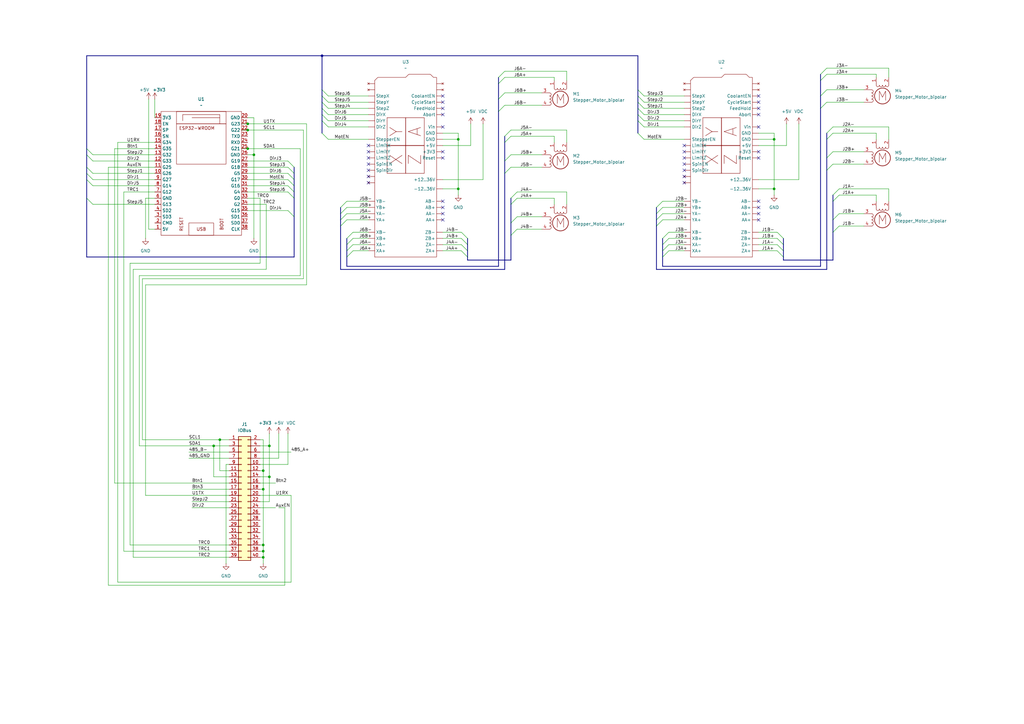
<source format=kicad_sch>
(kicad_sch (version 20250114) (generator "eeschema") (generator_version "9.0")
  (paper "A3")
  (title_block (title "ArmControllerV7") (date "2026-01-21") (rev "1.0"))
  (lib_symbols
    (symbol "CNC-Shield_1"
      (property "Reference" "U" (at 25.4 1.778 0))
      (symbol "CNC-Shield_1_0_1"
        (polyline (pts (xy 22.86 12.7) (xy -49.53 12.7)))
        (polyline (pts (xy 22.86 12.7) (xy 24.13 11.43) (xy 24.13 0) (xy 25.4 -1.27) (xy 25.4 -10.16) (xy 24.13 -11.43) (xy 24.13 -12.7) (xy -49.53 -12.7) (xy -49.53 12.7)))
        (polyline (pts (xy 24.13 8.89) (xy 24.13 8.89)))
      )
      (symbol "CNC-Shield_1_1_1"
        (text_box "X" (at -15.24 7.62 0) (size 11.43 -7.62) (margins 1.016 1.016 1.016 1.016) (effects (font (size 5.08 5.08))))
        (text_box "Z" (at -15.24 0 0) (size 11.43 -7.62) (margins 1.016 1.016 1.016 1.016) (effects (font (size 5.08 5.08))))
        (text_box "Y" (at -3.81 7.62 0) (size 11.43 -7.62) (margins 1.016 1.016 1.016 1.016) (effects (font (size 5.08 5.08))))
        (text_box "A" (at -3.81 0 0) (size 11.43 -7.62) (margins 1.016 1.016 1.016 1.016) (effects (font (size 5.08 5.08))))
        (pin passive line (at -46.99 15.24 270) (length 2.54) (name "XA+") (number ""))
        (pin passive line (at -46.99 -15.24 90) (length 2.54) (name "ZA+") (number ""))
        (pin passive line (at -44.45 15.24 270) (length 2.54) (name "XA-") (number ""))
        (pin passive line (at -44.45 -15.24 90) (length 2.54) (name "ZA-") (number ""))
        (pin passive line (at -41.91 15.24 270) (length 2.54) (name "XB+") (number ""))
        (pin passive line (at -41.91 -15.24 90) (length 2.54) (name "ZB+") (number ""))
        (pin passive line (at -39.37 15.24 270) (length 2.54) (name "XB-") (number ""))
        (pin passive line (at -39.37 -15.24 90) (length 2.54) (name "ZB-") (number ""))
        (pin passive line (at -34.29 15.24 270) (length 2.54) (name "YA+") (number ""))
        (pin passive line (at -34.29 -15.24 90) (length 2.54) (name "AA+") (number ""))
        (pin passive line (at -31.75 15.24 270) (length 2.54) (name "YA-") (number ""))
        (pin passive line (at -31.75 -15.24 90) (length 2.54) (name "AA-") (number ""))
        (pin passive line (at -29.21 15.24 270) (length 2.54) (name "YB+") (number ""))
        (pin passive line (at -29.21 -15.24 90) (length 2.54) (name "AB+") (number ""))
        (pin passive line (at -26.67 15.24 270) (length 2.54) (name "YB-") (number ""))
        (pin passive line (at -26.67 -15.24 90) (length 2.54) (name "AB-") (number ""))
        (pin power_in line (at -21.59 -15.24 90) (length 2.54) (name "-12..36V") (number ""))
        (pin no_connect line (at -19.05 15.24 270) (length 2.54) (name "") (number ""))
        (pin passive line (at -17.78 -15.24 90) (length 2.54) (name "+12..36V") (number ""))
        (pin no_connect line (at -16.51 15.24 270) (length 2.54) (name "") (number ""))
        (pin passive line (at -13.97 15.24 270) (length 2.54) (name "SpinDir") (number ""))
        (pin passive line (at -11.43 15.24 270) (length 2.54) (name "SpinEN") (number ""))
        (pin passive line (at -8.89 15.24 270) (length 2.54) (name "LimitZ") (number ""))
        (pin passive line (at -8.89 -15.24 90) (length 2.54) (name "Reset") (number ""))
        (pin passive line (at -6.35 15.24 270) (length 2.54) (name "LimitY") (number ""))
        (pin passive line (at -6.35 -15.24 90) (length 2.54) (name "+3V3") (number ""))
        (pin passive line (at -3.81 15.24 270) (length 2.54) (name "LimitX") (number ""))
        (pin passive line (at -3.81 -15.24 90) (length 2.54) (name "+5V") (number ""))
        (pin passive line (at -1.27 15.24 270) (length 2.54) (name "StepperEN") (number ""))
        (pin passive line (at -1.27 -15.24 90) (length 2.54) (name "GND") (number ""))
        (pin passive line (at 1.27 -15.24 90) (length 2.54) (name "GND") (number ""))
        (pin passive line (at 3.81 15.24 270) (length 2.54) (name "DirZ") (number ""))
        (pin passive line (at 3.81 -15.24 90) (length 2.54) (name "Vin") (number ""))
        (pin passive line (at 6.35 15.24 270) (length 2.54) (name "DirY") (number ""))
        (pin passive line (at 8.89 15.24 270) (length 2.54) (name "DirX") (number ""))
        (pin passive line (at 8.89 -15.24 90) (length 2.54) (name "Abort") (number ""))
        (pin passive line (at 11.43 15.24 270) (length 2.54) (name "StepZ") (number ""))
        (pin passive line (at 11.43 -15.24 90) (length 2.54) (name "FeedHold") (number ""))
        (pin passive line (at 13.97 15.24 270) (length 2.54) (name "StepY") (number ""))
        (pin passive line (at 13.97 -15.24 90) (length 2.54) (name "CycleStart") (number ""))
        (pin passive line (at 16.51 15.24 270) (length 2.54) (name "StepX") (number ""))
        (pin passive line (at 16.51 -15.24 90) (length 2.54) (name "CoolantEN") (number ""))
        (pin no_connect line (at 19.05 15.24 270) (length 2.54) (name "") (number ""))
        (pin no_connect line (at 19.05 -15.24 90) (length 2.54) (name "") (number ""))
        (pin no_connect line (at 21.59 15.24 270) (length 2.54) (name "") (number ""))
        (pin no_connect line (at 21.59 -15.24 90) (length 2.54) (name "") (number ""))
      )
    )
    (symbol "CNC-Shield_2"
      (property "Reference" "U" (at 25.4 1.778 0))
      (symbol "CNC-Shield_2_0_1"
        (polyline (pts (xy 22.86 12.7) (xy -49.53 12.7)))
        (polyline (pts (xy 22.86 12.7) (xy 24.13 11.43) (xy 24.13 0) (xy 25.4 -1.27) (xy 25.4 -10.16) (xy 24.13 -11.43) (xy 24.13 -12.7) (xy -49.53 -12.7) (xy -49.53 12.7)))
        (polyline (pts (xy 24.13 8.89) (xy 24.13 8.89)))
      )
      (symbol "CNC-Shield_2_1_1"
        (text_box "X" (at -15.24 7.62 0) (size 11.43 -7.62) (margins 1.016 1.016 1.016 1.016) (effects (font (size 5.08 5.08))))
        (text_box "Z" (at -15.24 0 0) (size 11.43 -7.62) (margins 1.016 1.016 1.016 1.016) (effects (font (size 5.08 5.08))))
        (text_box "Y" (at -3.81 7.62 0) (size 11.43 -7.62) (margins 1.016 1.016 1.016 1.016) (effects (font (size 5.08 5.08))))
        (text_box "A" (at -3.81 0 0) (size 11.43 -7.62) (margins 1.016 1.016 1.016 1.016) (effects (font (size 5.08 5.08))))
        (pin passive line (at -46.99 15.24 270) (length 2.54) (name "XA+") (number ""))
        (pin passive line (at -46.99 -15.24 90) (length 2.54) (name "ZA+") (number ""))
        (pin passive line (at -44.45 15.24 270) (length 2.54) (name "XA-") (number ""))
        (pin passive line (at -44.45 -15.24 90) (length 2.54) (name "ZA-") (number ""))
        (pin passive line (at -41.91 15.24 270) (length 2.54) (name "XB+") (number ""))
        (pin passive line (at -41.91 -15.24 90) (length 2.54) (name "ZB+") (number ""))
        (pin passive line (at -39.37 15.24 270) (length 2.54) (name "XB-") (number ""))
        (pin passive line (at -39.37 -15.24 90) (length 2.54) (name "ZB-") (number ""))
        (pin passive line (at -34.29 15.24 270) (length 2.54) (name "YA+") (number ""))
        (pin passive line (at -34.29 -15.24 90) (length 2.54) (name "AA+") (number ""))
        (pin passive line (at -31.75 15.24 270) (length 2.54) (name "YA-") (number ""))
        (pin passive line (at -31.75 -15.24 90) (length 2.54) (name "AA-") (number ""))
        (pin passive line (at -29.21 15.24 270) (length 2.54) (name "YB+") (number ""))
        (pin passive line (at -29.21 -15.24 90) (length 2.54) (name "AB+") (number ""))
        (pin passive line (at -26.67 15.24 270) (length 2.54) (name "YB-") (number ""))
        (pin passive line (at -26.67 -15.24 90) (length 2.54) (name "AB-") (number ""))
        (pin power_in line (at -21.59 -15.24 90) (length 2.54) (name "-12..36V") (number ""))
        (pin no_connect line (at -19.05 15.24 270) (length 2.54) (name "") (number ""))
        (pin passive line (at -17.78 -15.24 90) (length 2.54) (name "+12..36V") (number ""))
        (pin no_connect line (at -16.51 15.24 270) (length 2.54) (name "") (number ""))
        (pin passive line (at -13.97 15.24 270) (length 2.54) (name "SpinDir") (number ""))
        (pin passive line (at -11.43 15.24 270) (length 2.54) (name "SpinEN") (number ""))
        (pin passive line (at -8.89 15.24 270) (length 2.54) (name "LimitZ") (number ""))
        (pin passive line (at -8.89 -15.24 90) (length 2.54) (name "Reset") (number ""))
        (pin passive line (at -6.35 15.24 270) (length 2.54) (name "LimitY") (number ""))
        (pin passive line (at -6.35 -15.24 90) (length 2.54) (name "+3V3") (number ""))
        (pin passive line (at -3.81 15.24 270) (length 2.54) (name "LimitX") (number ""))
        (pin passive line (at -3.81 -15.24 90) (length 2.54) (name "+5V") (number ""))
        (pin passive line (at -1.27 15.24 270) (length 2.54) (name "StepperEN") (number ""))
        (pin passive line (at -1.27 -15.24 90) (length 2.54) (name "GND") (number ""))
        (pin passive line (at 1.27 -15.24 90) (length 2.54) (name "GND") (number ""))
        (pin passive line (at 3.81 15.24 270) (length 2.54) (name "DirZ") (number ""))
        (pin passive line (at 3.81 -15.24 90) (length 2.54) (name "Vin") (number ""))
        (pin passive line (at 6.35 15.24 270) (length 2.54) (name "DirY") (number ""))
        (pin passive line (at 8.89 15.24 270) (length 2.54) (name "DirX") (number ""))
        (pin passive line (at 8.89 -15.24 90) (length 2.54) (name "Abort") (number ""))
        (pin passive line (at 11.43 15.24 270) (length 2.54) (name "StepZ") (number ""))
        (pin passive line (at 11.43 -15.24 90) (length 2.54) (name "FeedHold") (number ""))
        (pin passive line (at 13.97 15.24 270) (length 2.54) (name "StepY") (number ""))
        (pin passive line (at 13.97 -15.24 90) (length 2.54) (name "CycleStart") (number ""))
        (pin passive line (at 16.51 15.24 270) (length 2.54) (name "StepX") (number ""))
        (pin passive line (at 16.51 -15.24 90) (length 2.54) (name "CoolantEN") (number ""))
        (pin no_connect line (at 19.05 15.24 270) (length 2.54) (name "") (number ""))
        (pin no_connect line (at 19.05 -15.24 90) (length 2.54) (name "") (number ""))
        (pin no_connect line (at 21.59 15.24 270) (length 2.54) (name "") (number ""))
        (pin no_connect line (at 21.59 -15.24 90) (length 2.54) (name "") (number ""))
      )
    )
    (symbol "Connector_Generic:Conn_02x20_Odd_Even" (pin_names (offset 1.016) (hide yes))
      (property "Reference" "J" (at 1.27 25.4 0))
      (property "Value" "Conn_02x20_Odd_Even" (at 1.27 -27.94 0))
      (symbol "Conn_02x20_Odd_Even_1_1"
        (rectangle (start -1.27 24.13) (end 3.81 -26.67) (stroke (width 0.254)) (fill (type background)))
        (rectangle (start -1.27 22.987) (end 0 22.733) (stroke (width 0.1524)))
        (rectangle (start -1.27 20.447) (end 0 20.193) (stroke (width 0.1524)))
        (rectangle (start -1.27 17.907) (end 0 17.653) (stroke (width 0.1524)))
        (rectangle (start -1.27 15.367) (end 0 15.113) (stroke (width 0.1524)))
        (rectangle (start -1.27 12.827) (end 0 12.573) (stroke (width 0.1524)))
        (rectangle (start -1.27 10.287) (end 0 10.033) (stroke (width 0.1524)))
        (rectangle (start -1.27 7.747) (end 0 7.493) (stroke (width 0.1524)))
        (rectangle (start -1.27 5.207) (end 0 4.953) (stroke (width 0.1524)))
        (rectangle (start -1.27 2.667) (end 0 2.413) (stroke (width 0.1524)))
        (rectangle (start -1.27 0.127) (end 0 -0.127) (stroke (width 0.1524)))
        (rectangle (start -1.27 -2.413) (end 0 -2.667) (stroke (width 0.1524)))
        (rectangle (start -1.27 -4.953) (end 0 -5.207) (stroke (width 0.1524)))
        (rectangle (start -1.27 -7.493) (end 0 -7.747) (stroke (width 0.1524)))
        (rectangle (start -1.27 -10.033) (end 0 -10.287) (stroke (width 0.1524)))
        (rectangle (start -1.27 -12.573) (end 0 -12.827) (stroke (width 0.1524)))
        (rectangle (start -1.27 -15.113) (end 0 -15.367) (stroke (width 0.1524)))
        (rectangle (start -1.27 -17.653) (end 0 -17.907) (stroke (width 0.1524)))
        (rectangle (start -1.27 -20.193) (end 0 -20.447) (stroke (width 0.1524)))
        (rectangle (start -1.27 -22.733) (end 0 -22.987) (stroke (width 0.1524)))
        (rectangle (start -1.27 -25.273) (end 0 -25.527) (stroke (width 0.1524)))
        (rectangle (start 3.81 22.987) (end 2.54 22.733) (stroke (width 0.1524)))
        (rectangle (start 3.81 20.447) (end 2.54 20.193) (stroke (width 0.1524)))
        (rectangle (start 3.81 17.907) (end 2.54 17.653) (stroke (width 0.1524)))
        (rectangle (start 3.81 15.367) (end 2.54 15.113) (stroke (width 0.1524)))
        (rectangle (start 3.81 12.827) (end 2.54 12.573) (stroke (width 0.1524)))
        (rectangle (start 3.81 10.287) (end 2.54 10.033) (stroke (width 0.1524)))
        (rectangle (start 3.81 7.747) (end 2.54 7.493) (stroke (width 0.1524)))
        (rectangle (start 3.81 5.207) (end 2.54 4.953) (stroke (width 0.1524)))
        (rectangle (start 3.81 2.667) (end 2.54 2.413) (stroke (width 0.1524)))
        (rectangle (start 3.81 0.127) (end 2.54 -0.127) (stroke (width 0.1524)))
        (rectangle (start 3.81 -2.413) (end 2.54 -2.667) (stroke (width 0.1524)))
        (rectangle (start 3.81 -4.953) (end 2.54 -5.207) (stroke (width 0.1524)))
        (rectangle (start 3.81 -7.493) (end 2.54 -7.747) (stroke (width 0.1524)))
        (rectangle (start 3.81 -10.033) (end 2.54 -10.287) (stroke (width 0.1524)))
        (rectangle (start 3.81 -12.573) (end 2.54 -12.827) (stroke (width 0.1524)))
        (rectangle (start 3.81 -15.113) (end 2.54 -15.367) (stroke (width 0.1524)))
        (rectangle (start 3.81 -17.653) (end 2.54 -17.907) (stroke (width 0.1524)))
        (rectangle (start 3.81 -20.193) (end 2.54 -20.447) (stroke (width 0.1524)))
        (rectangle (start 3.81 -22.733) (end 2.54 -22.987) (stroke (width 0.1524)))
        (rectangle (start 3.81 -25.273) (end 2.54 -25.527) (stroke (width 0.1524)))
        (pin passive line (at -5.08 22.86 0) (length 3.81) (name "Pin_1") (number "1"))
        (pin passive line (at -5.08 20.32 0) (length 3.81) (name "Pin_3") (number "3"))
        (pin passive line (at -5.08 17.78 0) (length 3.81) (name "Pin_5") (number "5"))
        (pin passive line (at -5.08 15.24 0) (length 3.81) (name "Pin_7") (number "7"))
        (pin passive line (at -5.08 12.7 0) (length 3.81) (name "Pin_9") (number "9"))
        (pin passive line (at -5.08 10.16 0) (length 3.81) (name "Pin_11") (number "11"))
        (pin passive line (at -5.08 7.62 0) (length 3.81) (name "Pin_13") (number "13"))
        (pin passive line (at -5.08 5.08 0) (length 3.81) (name "Pin_15") (number "15"))
        (pin passive line (at -5.08 2.54 0) (length 3.81) (name "Pin_17") (number "17"))
        (pin passive line (at -5.08 0 0) (length 3.81) (name "Pin_19") (number "19"))
        (pin passive line (at -5.08 -2.54 0) (length 3.81) (name "Pin_21") (number "21"))
        (pin passive line (at -5.08 -5.08 0) (length 3.81) (name "Pin_23") (number "23"))
        (pin passive line (at -5.08 -7.62 0) (length 3.81) (name "Pin_25") (number "25"))
        (pin passive line (at -5.08 -10.16 0) (length 3.81) (name "Pin_27") (number "27"))
        (pin passive line (at -5.08 -12.7 0) (length 3.81) (name "Pin_29") (number "29"))
        (pin passive line (at -5.08 -15.24 0) (length 3.81) (name "Pin_31") (number "31"))
        (pin passive line (at -5.08 -17.78 0) (length 3.81) (name "Pin_33") (number "33"))
        (pin passive line (at -5.08 -20.32 0) (length 3.81) (name "Pin_35") (number "35"))
        (pin passive line (at -5.08 -22.86 0) (length 3.81) (name "Pin_37") (number "37"))
        (pin passive line (at -5.08 -25.4 0) (length 3.81) (name "Pin_39") (number "39"))
        (pin passive line (at 7.62 22.86 180) (length 3.81) (name "Pin_2") (number "2"))
        (pin passive line (at 7.62 20.32 180) (length 3.81) (name "Pin_4") (number "4"))
        (pin passive line (at 7.62 17.78 180) (length 3.81) (name "Pin_6") (number "6"))
        (pin passive line (at 7.62 15.24 180) (length 3.81) (name "Pin_8") (number "8"))
        (pin passive line (at 7.62 12.7 180) (length 3.81) (name "Pin_10") (number "10"))
        (pin passive line (at 7.62 10.16 180) (length 3.81) (name "Pin_12") (number "12"))
        (pin passive line (at 7.62 7.62 180) (length 3.81) (name "Pin_14") (number "14"))
        (pin passive line (at 7.62 5.08 180) (length 3.81) (name "Pin_16") (number "16"))
        (pin passive line (at 7.62 2.54 180) (length 3.81) (name "Pin_18") (number "18"))
        (pin passive line (at 7.62 0 180) (length 3.81) (name "Pin_20") (number "20"))
        (pin passive line (at 7.62 -2.54 180) (length 3.81) (name "Pin_22") (number "22"))
        (pin passive line (at 7.62 -5.08 180) (length 3.81) (name "Pin_24") (number "24"))
        (pin passive line (at 7.62 -7.62 180) (length 3.81) (name "Pin_26") (number "26"))
        (pin passive line (at 7.62 -10.16 180) (length 3.81) (name "Pin_28") (number "28"))
        (pin passive line (at 7.62 -12.7 180) (length 3.81) (name "Pin_30") (number "30"))
        (pin passive line (at 7.62 -15.24 180) (length 3.81) (name "Pin_32") (number "32"))
        (pin passive line (at 7.62 -17.78 180) (length 3.81) (name "Pin_34") (number "34"))
        (pin passive line (at 7.62 -20.32 180) (length 3.81) (name "Pin_36") (number "36"))
        (pin passive line (at 7.62 -22.86 180) (length 3.81) (name "Pin_38") (number "38"))
        (pin passive line (at 7.62 -25.4 180) (length 3.81) (name "Pin_40") (number "40"))
      )
    )
    (symbol "Dado.schlib:ESP32DevBrd"
      (property "Reference" "U" (at -14.986 26.416 0))
      (symbol "ESP32DevBrd_0_1"
        (rectangle (start -16.51 25.4) (end 16.51 -25.4))
        (rectangle (start -10.16 25.4) (end 10.16 20.32))
        (polyline (pts (xy 7.62 22.86) (xy -3.81 22.86)))
        (polyline (pts (xy 7.62 20.32) (xy 7.62 24.13) (xy -7.62 24.13) (xy -7.62 21.59)))
      )
      (symbol "ESP32DevBrd_1_1"
        (text "RESET" (at -8.128 -20.828 900) (effects (font (size 1.27 1.27))))
        (text "BOOT" (at 8.382 -20.828 900) (effects (font (size 1.27 1.27))))
        (text_box "ESP32-WROOM" (at -10.16 20.32 0) (size 20.32 -16.51) (margins 1.016 1.016 1.016 1.016) (effects (font (size 1.27 1.27)) (justify left top)))
        (text_box "USB" (at -5.08 -20.32 0) (size 10.16 -5.08) (margins 1.016 1.016 1.016 1.016) (effects (font (size 1.27 1.27))))
        (pin power_out line (at -19.05 22.86 0) (length 2.54) (name "3V3") (number "19"))
        (pin bidirectional line (at -19.05 20.32 0) (length 2.54) (name "EN") (number "18"))
        (pin bidirectional line (at -19.05 17.78 0) (length 2.54) (name "SP") (number "17"))
        (pin bidirectional line (at -19.05 15.24 0) (length 2.54) (name "SN") (number "16"))
        (pin bidirectional line (at -19.05 12.7 0) (length 2.54) (name "G34") (number "15"))
        (pin bidirectional line (at -19.05 10.16 0) (length 2.54) (name "G35") (number "14"))
        (pin bidirectional line (at -19.05 7.62 0) (length 2.54) (name "G32") (number "13"))
        (pin bidirectional line (at -19.05 5.08 0) (length 2.54) (name "G33") (number "12"))
        (pin bidirectional line (at -19.05 2.54 0) (length 2.54) (name "G25") (number "11"))
        (pin bidirectional line (at -19.05 0 0) (length 2.54) (name "G26") (number "10"))
        (pin bidirectional line (at -19.05 -2.54 0) (length 2.54) (name "G27") (number "9"))
        (pin bidirectional line (at -19.05 -5.08 0) (length 2.54) (name "G14") (number "8"))
        (pin bidirectional line (at -19.05 -7.62 0) (length 2.54) (name "G12") (number "7"))
        (pin passive line (at -19.05 -10.16 0) (length 2.54) (name "GND") (number "6"))
        (pin bidirectional line (at -19.05 -12.7 0) (length 2.54) (name "G13") (number "5"))
        (pin bidirectional line (at -19.05 -15.24 0) (length 2.54) (name "SD2") (number "4"))
        (pin bidirectional line (at -19.05 -17.78 0) (length 2.54) (name "SD3") (number "3"))
        (pin passive line (at -19.05 -20.32 0) (length 2.54) (name "CMD") (number "2"))
        (pin power_in line (at -19.05 -22.86 0) (length 2.54) (name "5V") (number "1"))
        (pin passive line (at 19.05 22.86 180) (length 2.54) (name "GND") (number "20"))
        (pin bidirectional line (at 19.05 20.32 180) (length 2.54) (name "G23") (number "21"))
        (pin bidirectional line (at 19.05 17.78 180) (length 2.54) (name "G22") (number "22"))
        (pin bidirectional line (at 19.05 15.24 180) (length 2.54) (name "TXD") (number "23"))
        (pin bidirectional line (at 19.05 12.7 180) (length 2.54) (name "RXD") (number "24"))
        (pin bidirectional line (at 19.05 10.16 180) (length 2.54) (name "G21") (number "25"))
        (pin passive line (at 19.05 7.62 180) (length 2.54) (name "GND") (number "26"))
        (pin bidirectional line (at 19.05 5.08 180) (length 2.54) (name "G19") (number "27"))
        (pin bidirectional line (at 19.05 2.54 180) (length 2.54) (name "G18") (number "28"))
        (pin bidirectional line (at 19.05 0 180) (length 2.54) (name "G5") (number "29"))
        (pin bidirectional line (at 19.05 -2.54 180) (length 2.54) (name "G17") (number "30"))
        (pin bidirectional line (at 19.05 -5.08 180) (length 2.54) (name "G16") (number "31"))
        (pin bidirectional line (at 19.05 -7.62 180) (length 2.54) (name "G4") (number "32"))
        (pin bidirectional line (at 19.05 -10.16 180) (length 2.54) (name "G0") (number "33"))
        (pin bidirectional line (at 19.05 -12.7 180) (length 2.54) (name "G2") (number "34"))
        (pin bidirectional line (at 19.05 -15.24 180) (length 2.54) (name "G15") (number "35"))
        (pin bidirectional line (at 19.05 -17.78 180) (length 2.54) (name "SD1") (number "36"))
        (pin bidirectional line (at 19.05 -20.32 180) (length 2.54) (name "SD0") (number "37"))
        (pin bidirectional line (at 19.05 -22.86 180) (length 2.54) (name "CLK") (number "38"))
      )
    )
    (symbol "Motor:Stepper_Motor_bipolar" (pin_names (offset 0) (hide yes))
      (property "Reference" "M" (at 3.81 2.54 0))
      (property "Value" "Stepper_Motor_bipolar" (at 3.81 1.27 0))
      (symbol "Stepper_Motor_bipolar_0_0"
        (polyline (pts (xy -1.27 -1.778) (xy -1.27 2.032) (xy 0 -0.508) (xy 1.27 2.032) (xy 1.27 -1.778)))
      )
      (symbol "Stepper_Motor_bipolar_0_1"
        (polyline (pts (xy -5.08 2.54) (xy -4.445 2.54)))
        (polyline (pts (xy -5.08 -2.54) (xy -4.445 -2.54)))
        (arc (start -4.445 2.54) (mid -3.8127 1.905) (end -4.445 1.27))
        (arc (start -4.445 1.27) (mid -3.8127 0.635) (end -4.445 0))
        (arc (start -4.445 0) (mid -3.8127 -0.635) (end -4.445 -1.27))
        (arc (start -4.445 -1.27) (mid -3.8127 -1.905) (end -4.445 -2.54))
        (polyline (pts (xy -2.54 5.08) (xy -2.54 4.445)))
        (arc (start -1.27 4.445) (mid -1.905 3.8127) (end -2.54 4.445))
        (arc (start 0 4.445) (mid -0.635 3.8127) (end -1.27 4.445))
        (circle (center 0 0) (radius 3.2512) (stroke (width 0.254)))
        (arc (start 1.27 4.445) (mid 0.635 3.8127) (end 0 4.445))
        (arc (start 2.54 4.445) (mid 1.905 3.8127) (end 1.27 4.445))
        (polyline (pts (xy 2.54 5.08) (xy 2.54 4.445)))
      )
      (symbol "Stepper_Motor_bipolar_1_1"
        (pin passive line (at -7.62 2.54 0) (length 2.54) (name "~") (number "3"))
        (pin passive line (at -7.62 -2.54 0) (length 2.54) (name "~") (number "4"))
        (pin passive line (at -2.54 7.62 270) (length 2.54) (name "~") (number "1"))
        (pin passive line (at 2.54 7.62 270) (length 2.54) (name "-") (number "2"))
      )
    )
    (symbol "power:+3V3" (power) (pin_numbers (hide yes)) (pin_names (offset 0) (hide yes))
      (property "Value" "+3V3" (at 0 3.556 0))
      (symbol "+3V3_0_1"
        (polyline (pts (xy -0.762 1.27) (xy 0 2.54)))
        (polyline (pts (xy 0 2.54) (xy 0.762 1.27)))
        (polyline (pts (xy 0 0) (xy 0 2.54)))
      )
      (symbol "+3V3_1_1"
        (pin power_in line (at 0 0 90) (length 0) (name "~") (number "1"))
      )
    )
    (symbol "power:+5V" (power) (pin_numbers (hide yes)) (pin_names (offset 0) (hide yes))
      (property "Value" "+5V" (at 0 3.556 0))
      (symbol "+5V_0_1"
        (polyline (pts (xy -0.762 1.27) (xy 0 2.54)))
        (polyline (pts (xy 0 2.54) (xy 0.762 1.27)))
        (polyline (pts (xy 0 0) (xy 0 2.54)))
      )
      (symbol "+5V_1_1"
        (pin power_in line (at 0 0 90) (length 0) (name "~") (number "1"))
      )
    )
    (symbol "power:GND" (power) (pin_numbers (hide yes)) (pin_names (offset 0) (hide yes))
      (property "Value" "GND" (at 0 -3.81 0))
      (symbol "GND_0_1"
        (polyline (pts (xy 0 0) (xy 0 -1.27) (xy 1.27 -1.27) (xy 0 -2.54) (xy -1.27 -1.27) (xy 0 -1.27)))
      )
      (symbol "GND_1_1"
        (pin power_in line (at 0 0 270) (length 0) (name "~") (number "1"))
      )
    )
    (symbol "power:VDC" (power) (pin_numbers (hide yes)) (pin_names (offset 0) (hide yes))
      (property "Value" "VDC" (at 0 3.556 0))
      (symbol "VDC_0_1"
        (polyline (pts (xy -0.762 1.27) (xy 0 2.54)))
        (polyline (pts (xy 0 2.54) (xy 0.762 1.27)))
        (polyline (pts (xy 0 0) (xy 0 2.54)))
      )
      (symbol "VDC_1_1"
        (pin power_in line (at 0 0 90) (length 0) (name "~") (number "1"))
      )
    )
  )
  (junction (at 87.63 182.88))
  (junction (at 317.5 77.47))
  (junction (at 110.49 195.58))
  (junction (at 107.95 228.6))
  (junction (at 101.6 53.34))
  (junction (at 187.96 77.47))
  (junction (at 107.95 223.52))
  (junction (at 101.6 60.96))
  (junction (at 187.96 57.15))
  (junction (at 107.95 193.04))
  (junction (at 101.6 50.8))
  (junction (at 104.14 63.5))
  (junction (at 107.95 200.66))
  (junction (at 317.5 57.15))
  (junction (at 107.95 226.06))
  (junction (at 110.49 182.88))
  (junction (at 132.08 22.86))
  (junction (at 90.17 180.34))
  (no_connect (at 311.15 44.45))
  (no_connect (at 181.61 90.17))
  (no_connect (at 311.15 90.17))
  (no_connect (at 151.13 69.85))
  (no_connect (at 181.61 87.63))
  (no_connect (at 151.13 59.69))
  (no_connect (at 181.61 44.45))
  (no_connect (at 181.61 82.55))
  (no_connect (at 151.13 62.23))
  (no_connect (at 311.15 46.99))
  (no_connect (at 181.61 62.23))
  (no_connect (at 280.67 74.93))
  (no_connect (at 311.15 64.77))
  (no_connect (at 311.15 52.07))
  (no_connect (at 280.67 72.39))
  (no_connect (at 181.61 52.07))
  (no_connect (at 280.67 64.77))
  (no_connect (at 181.61 39.37))
  (no_connect (at 311.15 82.55))
  (no_connect (at 311.15 62.23))
  (no_connect (at 311.15 87.63))
  (no_connect (at 280.67 62.23))
  (no_connect (at 151.13 74.93))
  (no_connect (at 311.15 39.37))
  (no_connect (at 311.15 85.09))
  (no_connect (at 280.67 69.85))
  (no_connect (at 311.15 41.91))
  (no_connect (at 151.13 72.39))
  (no_connect (at 280.67 67.31))
  (no_connect (at 151.13 64.77))
  (no_connect (at 181.61 85.09))
  (no_connect (at 280.67 59.69))
  (no_connect (at 181.61 41.91))
  (no_connect (at 181.61 64.77))
  (no_connect (at 181.61 46.99))
  (no_connect (at 151.13 67.31))
  (bus_entry (at 341.63 80.01) (size 2.54 -2.54))
  (bus_entry (at 261.62 41.91) (size 2.54 2.54))
  (bus_entry (at 318.77 102.87) (size 2.54 2.54))
  (bus_entry (at 269.24 87.63) (size 2.54 -2.54))
  (bus_entry (at 204.47 31.75) (size 2.54 -2.54))
  (bus_entry (at 207.01 58.42) (size 2.54 -2.54))
  (bus_entry (at 341.63 82.55) (size 2.54 -2.54))
  (bus_entry (at 204.47 40.64) (size 2.54 -2.54))
  (bus_entry (at 118.11 76.2) (size 2.54 2.54))
  (bus_entry (at 204.47 34.29) (size 2.54 -2.54))
  (bus_entry (at 35.56 71.12) (size 2.54 2.54))
  (bus_entry (at 139.7 90.17) (size 2.54 -2.54))
  (bus_entry (at 189.23 97.79) (size 2.54 2.54))
  (bus_entry (at 189.23 100.33) (size 2.54 2.54))
  (bus_entry (at 38.1 66.04) (size -2.54 -2.54))
  (bus_entry (at 118.11 66.04) (size 2.54 2.54))
  (bus_entry (at 207.01 66.04) (size 2.54 -2.54))
  (bus_entry (at 132.08 41.91) (size 2.54 2.54))
  (bus_entry (at 209.55 91.44) (size 2.54 -2.54))
  (bus_entry (at 142.24 100.33) (size 2.54 -2.54))
  (bus_entry (at 35.56 68.58) (size 2.54 2.54))
  (bus_entry (at 132.08 49.53) (size 2.54 2.54))
  (bus_entry (at 118.11 78.74) (size 2.54 2.54))
  (bus_entry (at 189.23 95.25) (size 2.54 2.54))
  (bus_entry (at 336.55 30.48) (size 2.54 -2.54))
  (bus_entry (at 207.01 55.88) (size 2.54 -2.54))
  (bus_entry (at 118.11 73.66) (size 2.54 2.54))
  (bus_entry (at 142.24 97.79) (size 2.54 -2.54))
  (bus_entry (at 271.78 100.33) (size 2.54 -2.54))
  (bus_entry (at 209.55 96.52) (size 2.54 -2.54))
  (bus_entry (at 261.62 54.61) (size 2.54 2.54))
  (bus_entry (at 38.1 63.5) (size -2.54 -2.54))
  (bus_entry (at 207.01 71.12) (size 2.54 -2.54))
  (bus_entry (at 132.08 54.61) (size 2.54 2.54))
  (bus_entry (at 339.09 57.15) (size 2.54 -2.54))
  (bus_entry (at 341.63 95.25) (size 2.54 -2.54))
  (bus_entry (at 142.24 102.87) (size 2.54 -2.54))
  (bus_entry (at 139.7 92.71) (size 2.54 -2.54))
  (bus_entry (at 118.11 68.58) (size 2.54 2.54))
  (bus_entry (at 189.23 102.87) (size 2.54 2.54))
  (bus_entry (at 336.55 33.02) (size 2.54 -2.54))
  (bus_entry (at 269.24 85.09) (size 2.54 -2.54))
  (bus_entry (at 336.55 44.45) (size 2.54 -2.54))
  (bus_entry (at 339.09 64.77) (size 2.54 -2.54))
  (bus_entry (at 318.77 97.79) (size 2.54 2.54))
  (bus_entry (at 118.11 71.12) (size 2.54 2.54))
  (bus_entry (at 261.62 46.99) (size 2.54 2.54))
  (bus_entry (at 209.55 83.82) (size 2.54 -2.54))
  (bus_entry (at 118.11 86.36) (size 2.54 2.54))
  (bus_entry (at 261.62 44.45) (size 2.54 2.54))
  (bus_entry (at 269.24 92.71) (size 2.54 -2.54))
  (bus_entry (at 209.55 81.28) (size 2.54 -2.54))
  (bus_entry (at 38.1 83.82) (size -2.54 -2.54))
  (bus_entry (at 261.62 49.53) (size 2.54 2.54))
  (bus_entry (at 132.08 46.99) (size 2.54 2.54))
  (bus_entry (at 271.78 105.41) (size 2.54 -2.54))
  (bus_entry (at 336.55 39.37) (size 2.54 -2.54))
  (bus_entry (at 132.08 39.37) (size 2.54 2.54))
  (bus_entry (at 318.77 100.33) (size 2.54 2.54))
  (bus_entry (at 139.7 85.09) (size 2.54 -2.54))
  (bus_entry (at 341.63 90.17) (size 2.54 -2.54))
  (bus_entry (at 132.08 36.83) (size 2.54 2.54))
  (bus_entry (at 339.09 54.61) (size 2.54 -2.54))
  (bus_entry (at 35.56 73.66) (size 2.54 2.54))
  (bus_entry (at 132.08 44.45) (size 2.54 2.54))
  (bus_entry (at 204.47 45.72) (size 2.54 -2.54))
  (bus_entry (at 339.09 69.85) (size 2.54 -2.54))
  (bus_entry (at 261.62 39.37) (size 2.54 2.54))
  (bus_entry (at 269.24 90.17) (size 2.54 -2.54))
  (bus_entry (at 139.7 87.63) (size 2.54 -2.54))
  (bus_entry (at 261.62 36.83) (size 2.54 2.54))
  (bus_entry (at 271.78 97.79) (size 2.54 -2.54))
  (bus_entry (at 271.78 102.87) (size 2.54 -2.54))
  (bus_entry (at 142.24 105.41) (size 2.54 -2.54))
  (bus_entry (at 318.77 95.25) (size 2.54 2.54))
  (wire (pts (xy 48.26 58.42) (xy 48.26 238.76)))
  (wire (pts (xy 134.62 39.37) (xy 151.13 39.37)))
  (wire (pts (xy 44.45 240.03) (xy 44.45 68.58)))
  (wire (pts (xy 271.78 85.09) (xy 280.67 85.09)))
  (wire (pts (xy 144.78 102.87) (xy 151.13 102.87)))
  (wire (pts (xy 46.99 60.96) (xy 46.99 198.12)))
  (bus (pts (xy 142.24 109.22) (xy 204.47 109.22)))
  (bus (pts (xy 191.77 106.68) (xy 209.55 106.68)))
  (wire (pts (xy 232.41 53.34) (xy 232.41 58.42)))
  (bus (pts (xy 269.24 92.71) (xy 269.24 110.49)))
  (bus (pts (xy 191.77 100.33) (xy 191.77 102.87)))
  (wire (pts (xy 311.15 102.87) (xy 318.77 102.87)))
  (bus (pts (xy 209.55 96.52) (xy 209.55 106.68)))
  (wire (pts (xy 106.68 203.2) (xy 119.38 203.2)))
  (wire (pts (xy 125.73 116.84) (xy 59.69 116.84)))
  (wire (pts (xy 181.61 77.47) (xy 187.96 77.47)))
  (wire (pts (xy 58.42 180.34) (xy 90.17 180.34)))
  (wire (pts (xy 181.61 97.79) (xy 189.23 97.79)))
  (wire (pts (xy 311.15 57.15) (xy 317.5 57.15)))
  (wire (pts (xy 101.6 60.96) (xy 123.19 60.96)))
  (wire (pts (xy 101.6 86.36) (xy 118.11 86.36)))
  (bus (pts (xy 336.55 44.45) (xy 336.55 109.22)))
  (bus (pts (xy 269.24 110.49) (xy 339.09 110.49)))
  (bus (pts (xy 120.65 73.66) (xy 120.65 76.2)))
  (wire (pts (xy 264.16 39.37) (xy 280.67 39.37)))
  (wire (pts (xy 101.6 73.66) (xy 118.11 73.66)))
  (bus (pts (xy 35.56 71.12) (xy 35.56 68.58)))
  (wire (pts (xy 339.09 41.91) (xy 354.33 41.91)))
  (bus (pts (xy 142.24 105.41) (xy 142.24 109.22)))
  (bus (pts (xy 120.65 71.12) (xy 120.65 73.66)))
  (wire (pts (xy 181.61 54.61) (xy 187.96 54.61)))
  (wire (pts (xy 339.09 27.94) (xy 364.49 27.94)))
  (bus (pts (xy 139.7 92.71) (xy 139.7 110.49)))
  (bus (pts (xy 271.78 109.22) (xy 336.55 109.22)))
  (wire (pts (xy 78.74 200.66) (xy 93.98 200.66)))
  (bus (pts (xy 336.55 33.02) (xy 336.55 39.37)))
  (wire (pts (xy 125.73 50.8) (xy 125.73 116.84)))
  (wire (pts (xy 118.11 177.8) (xy 118.11 190.5)))
  (bus (pts (xy 204.47 31.75) (xy 204.47 34.29)))
  (wire (pts (xy 57.15 113.03) (xy 57.15 182.88)))
  (bus (pts (xy 271.78 105.41) (xy 271.78 109.22)))
  (wire (pts (xy 142.24 87.63) (xy 151.13 87.63)))
  (wire (pts (xy 344.17 80.01) (xy 359.41 80.01)))
  (wire (pts (xy 193.04 50.8) (xy 193.04 59.69)))
  (wire (pts (xy 274.32 95.25) (xy 280.67 95.25)))
  (wire (pts (xy 110.49 195.58) (xy 110.49 205.74)))
  (wire (pts (xy 134.62 52.07) (xy 151.13 52.07)))
  (wire (pts (xy 50.8 78.74) (xy 63.5 78.74)))
  (wire (pts (xy 207.01 29.21) (xy 232.41 29.21)))
  (wire (pts (xy 116.84 240.03) (xy 44.45 240.03)))
  (wire (pts (xy 106.68 81.28) (xy 106.68 107.95)))
  (wire (pts (xy 106.68 198.12) (xy 113.03 198.12)))
  (wire (pts (xy 311.15 77.47) (xy 317.5 77.47)))
  (bus (pts (xy 132.08 41.91) (xy 132.08 39.37)))
  (wire (pts (xy 101.6 83.82) (xy 109.22 83.82)))
  (wire (pts (xy 106.68 185.42) (xy 119.38 185.42)))
  (bus (pts (xy 341.63 95.25) (xy 341.63 106.68)))
  (wire (pts (xy 38.1 73.66) (xy 63.5 73.66)))
  (wire (pts (xy 38.1 83.82) (xy 63.5 83.82)))
  (wire (pts (xy 77.47 185.42) (xy 93.98 185.42)))
  (bus (pts (xy 139.7 85.09) (xy 139.7 87.63)))
  (wire (pts (xy 109.22 83.82) (xy 109.22 110.49)))
  (wire (pts (xy 107.95 226.06) (xy 106.68 226.06)))
  (wire (pts (xy 101.6 71.12) (xy 118.11 71.12)))
  (bus (pts (xy 321.31 106.68) (xy 341.63 106.68)))
  (bus (pts (xy 139.7 87.63) (xy 139.7 90.17)))
  (wire (pts (xy 78.74 205.74) (xy 93.98 205.74)))
  (bus (pts (xy 35.56 22.86) (xy 35.56 60.96)))
  (wire (pts (xy 181.61 100.33) (xy 189.23 100.33)))
  (wire (pts (xy 107.95 200.66) (xy 106.68 200.66)))
  (wire (pts (xy 101.6 48.26) (xy 104.14 48.26)))
  (wire (pts (xy 311.15 97.79) (xy 318.77 97.79)))
  (bus (pts (xy 336.55 30.48) (xy 336.55 33.02)))
  (bus (pts (xy 35.56 73.66) (xy 35.56 71.12)))
  (wire (pts (xy 53.34 107.95) (xy 53.34 223.52)))
  (wire (pts (xy 107.95 228.6) (xy 106.68 228.6)))
  (wire (pts (xy 87.63 182.88) (xy 93.98 182.88)))
  (wire (pts (xy 109.22 110.49) (xy 54.61 110.49)))
  (bus (pts (xy 261.62 22.86) (xy 132.08 22.86)))
  (wire (pts (xy 364.49 77.47) (xy 364.49 82.55)))
  (wire (pts (xy 181.61 102.87) (xy 189.23 102.87)))
  (wire (pts (xy 311.15 95.25) (xy 318.77 95.25)))
  (wire (pts (xy 63.5 93.98) (xy 60.96 93.98)))
  (wire (pts (xy 107.95 223.52) (xy 106.68 223.52)))
  (wire (pts (xy 144.78 97.79) (xy 151.13 97.79)))
  (wire (pts (xy 87.63 195.58) (xy 93.98 195.58)))
  (wire (pts (xy 101.6 81.28) (xy 106.68 81.28)))
  (wire (pts (xy 58.42 114.3) (xy 124.46 114.3)))
  (wire (pts (xy 142.24 82.55) (xy 151.13 82.55)))
  (bus (pts (xy 35.56 63.5) (xy 35.56 68.58)))
  (wire (pts (xy 212.09 78.74) (xy 232.41 78.74)))
  (wire (pts (xy 364.49 27.94) (xy 364.49 31.75)))
  (wire (pts (xy 322.58 59.69) (xy 311.15 59.69)))
  (bus (pts (xy 321.31 105.41) (xy 321.31 106.68)))
  (wire (pts (xy 104.14 63.5) (xy 104.14 97.79)))
  (wire (pts (xy 209.55 68.58) (xy 222.25 68.58)))
  (wire (pts (xy 59.69 203.2) (xy 93.98 203.2)))
  (wire (pts (xy 119.38 238.76) (xy 119.38 203.2)))
  (bus (pts (xy 35.56 73.66) (xy 35.56 81.28)))
  (wire (pts (xy 134.62 57.15) (xy 151.13 57.15)))
  (wire (pts (xy 341.63 67.31) (xy 354.33 67.31)))
  (wire (pts (xy 46.99 198.12) (xy 93.98 198.12)))
  (bus (pts (xy 204.47 40.64) (xy 204.47 45.72)))
  (wire (pts (xy 107.95 193.04) (xy 106.68 193.04)))
  (wire (pts (xy 107.95 200.66) (xy 107.95 223.52)))
  (wire (pts (xy 344.17 77.47) (xy 364.49 77.47)))
  (bus (pts (xy 321.31 100.33) (xy 321.31 102.87)))
  (bus (pts (xy 321.31 102.87) (xy 321.31 105.41)))
  (wire (pts (xy 209.55 63.5) (xy 222.25 63.5)))
  (wire (pts (xy 144.78 95.25) (xy 151.13 95.25)))
  (wire (pts (xy 134.62 49.53) (xy 151.13 49.53)))
  (bus (pts (xy 35.56 60.96) (xy 35.56 63.5)))
  (bus (pts (xy 341.63 82.55) (xy 341.63 90.17)))
  (wire (pts (xy 50.8 78.74) (xy 50.8 226.06)))
  (wire (pts (xy 327.66 50.8) (xy 327.66 73.66)))
  (wire (pts (xy 187.96 57.15) (xy 187.96 77.47)))
  (bus (pts (xy 132.08 46.99) (xy 132.08 44.45)))
  (wire (pts (xy 77.47 187.96) (xy 93.98 187.96)))
  (wire (pts (xy 341.63 62.23) (xy 354.33 62.23)))
  (bus (pts (xy 139.7 90.17) (xy 139.7 92.71)))
  (bus (pts (xy 142.24 102.87) (xy 142.24 105.41)))
  (bus (pts (xy 142.24 100.33) (xy 142.24 102.87)))
  (bus (pts (xy 120.65 81.28) (xy 120.65 88.9)))
  (bus (pts (xy 132.08 49.53) (xy 132.08 46.99)))
  (wire (pts (xy 142.24 90.17) (xy 151.13 90.17)))
  (wire (pts (xy 339.09 36.83) (xy 354.33 36.83)))
  (bus (pts (xy 341.63 90.17) (xy 341.63 95.25)))
  (bus (pts (xy 321.31 97.79) (xy 321.31 100.33)))
  (wire (pts (xy 134.62 46.99) (xy 151.13 46.99)))
  (wire (pts (xy 264.16 41.91) (xy 280.67 41.91)))
  (bus (pts (xy 132.08 22.86) (xy 132.08 36.83)))
  (wire (pts (xy 207.01 38.1) (xy 222.25 38.1)))
  (wire (pts (xy 101.6 63.5) (xy 104.14 63.5)))
  (wire (pts (xy 106.68 182.88) (xy 110.49 182.88)))
  (bus (pts (xy 142.24 97.79) (xy 142.24 100.33)))
  (wire (pts (xy 107.95 193.04) (xy 107.95 200.66)))
  (bus (pts (xy 269.24 90.17) (xy 269.24 92.71)))
  (wire (pts (xy 274.32 97.79) (xy 280.67 97.79)))
  (wire (pts (xy 317.5 77.47) (xy 317.5 80.01)))
  (wire (pts (xy 227.33 55.88) (xy 227.33 58.42)))
  (wire (pts (xy 264.16 57.15) (xy 280.67 57.15)))
  (wire (pts (xy 63.5 40.64) (xy 63.5 48.26)))
  (wire (pts (xy 106.68 187.96) (xy 114.3 187.96)))
  (wire (pts (xy 271.78 87.63) (xy 280.67 87.63)))
  (bus (pts (xy 207.01 66.04) (xy 207.01 71.12)))
  (wire (pts (xy 107.95 180.34) (xy 107.95 193.04)))
  (wire (pts (xy 341.63 52.07) (xy 364.49 52.07)))
  (bus (pts (xy 132.08 39.37) (xy 132.08 36.83)))
  (wire (pts (xy 209.55 53.34) (xy 232.41 53.34)))
  (bus (pts (xy 191.77 105.41) (xy 191.77 106.68)))
  (wire (pts (xy 54.61 110.49) (xy 54.61 228.6)))
  (wire (pts (xy 193.04 59.69) (xy 181.61 59.69)))
  (wire (pts (xy 317.5 57.15) (xy 317.5 77.47)))
  (wire (pts (xy 38.1 63.5) (xy 63.5 63.5)))
  (bus (pts (xy 339.09 54.61) (xy 339.09 57.15)))
  (bus (pts (xy 271.78 97.79) (xy 271.78 100.33)))
  (wire (pts (xy 101.6 50.8) (xy 125.73 50.8)))
  (wire (pts (xy 232.41 78.74) (xy 232.41 83.82)))
  (wire (pts (xy 63.5 81.28) (xy 59.69 81.28)))
  (wire (pts (xy 198.12 73.66) (xy 181.61 73.66)))
  (wire (pts (xy 134.62 44.45) (xy 151.13 44.45)))
  (wire (pts (xy 114.3 208.28) (xy 116.84 208.28)))
  (wire (pts (xy 46.99 60.96) (xy 63.5 60.96)))
  (wire (pts (xy 99.06 60.96) (xy 101.6 60.96)))
  (wire (pts (xy 101.6 66.04) (xy 118.11 66.04)))
  (bus (pts (xy 132.08 54.61) (xy 132.08 49.53)))
  (bus (pts (xy 120.65 105.41) (xy 35.56 105.41)))
  (bus (pts (xy 120.65 68.58) (xy 120.65 71.12)))
  (wire (pts (xy 101.6 76.2) (xy 118.11 76.2)))
  (wire (pts (xy 311.15 54.61) (xy 317.5 54.61)))
  (wire (pts (xy 142.24 85.09) (xy 151.13 85.09)))
  (wire (pts (xy 232.41 29.21) (xy 232.41 33.02)))
  (wire (pts (xy 198.12 50.8) (xy 198.12 73.66)))
  (wire (pts (xy 90.17 180.34) (xy 90.17 193.04)))
  (wire (pts (xy 344.17 87.63) (xy 354.33 87.63)))
  (bus (pts (xy 191.77 102.87) (xy 191.77 105.41)))
  (bus (pts (xy 204.47 45.72) (xy 204.47 109.22)))
  (bus (pts (xy 209.55 83.82) (xy 209.55 91.44)))
  (wire (pts (xy 78.74 208.28) (xy 93.98 208.28)))
  (wire (pts (xy 124.46 53.34) (xy 124.46 114.3)))
  (wire (pts (xy 106.68 190.5) (xy 118.11 190.5)))
  (wire (pts (xy 107.95 228.6) (xy 107.95 231.14)))
  (wire (pts (xy 341.63 54.61) (xy 359.41 54.61)))
  (wire (pts (xy 227.33 81.28) (xy 227.33 83.82)))
  (wire (pts (xy 58.42 180.34) (xy 58.42 114.3)))
  (wire (pts (xy 101.6 53.34) (xy 124.46 53.34)))
  (wire (pts (xy 104.14 63.5) (xy 104.14 48.26)))
  (bus (pts (xy 207.01 58.42) (xy 207.01 66.04)))
  (bus (pts (xy 132.08 44.45) (xy 132.08 41.91)))
  (wire (pts (xy 87.63 182.88) (xy 87.63 195.58)))
  (wire (pts (xy 90.17 180.34) (xy 93.98 180.34)))
  (bus (pts (xy 269.24 87.63) (xy 269.24 90.17)))
  (wire (pts (xy 271.78 90.17) (xy 280.67 90.17)))
  (wire (pts (xy 38.1 66.04) (xy 63.5 66.04)))
  (bus (pts (xy 339.09 69.85) (xy 339.09 110.49)))
  (wire (pts (xy 38.1 71.12) (xy 63.5 71.12)))
  (wire (pts (xy 311.15 100.33) (xy 318.77 100.33)))
  (bus (pts (xy 261.62 36.83) (xy 261.62 22.86)))
  (wire (pts (xy 181.61 57.15) (xy 187.96 57.15)))
  (wire (pts (xy 264.16 49.53) (xy 280.67 49.53)))
  (wire (pts (xy 99.06 53.34) (xy 101.6 53.34)))
  (wire (pts (xy 317.5 54.61) (xy 317.5 57.15)))
  (wire (pts (xy 322.58 50.8) (xy 322.58 59.69)))
  (bus (pts (xy 35.56 22.86) (xy 132.08 22.86)))
  (wire (pts (xy 101.6 78.74) (xy 118.11 78.74)))
  (wire (pts (xy 44.45 68.58) (xy 63.5 68.58)))
  (wire (pts (xy 207.01 31.75) (xy 227.33 31.75)))
  (wire (pts (xy 106.68 107.95) (xy 53.34 107.95)))
  (wire (pts (xy 101.6 68.58) (xy 118.11 68.58)))
  (wire (pts (xy 227.33 31.75) (xy 227.33 33.02)))
  (bus (pts (xy 139.7 110.49) (xy 207.01 110.49)))
  (wire (pts (xy 107.95 223.52) (xy 107.95 226.06)))
  (wire (pts (xy 110.49 195.58) (xy 106.68 195.58)))
  (wire (pts (xy 59.69 81.28) (xy 59.69 97.79)))
  (wire (pts (xy 274.32 102.87) (xy 280.67 102.87)))
  (wire (pts (xy 57.15 182.88) (xy 87.63 182.88)))
  (bus (pts (xy 261.62 41.91) (xy 261.62 39.37)))
  (wire (pts (xy 92.71 190.5) (xy 92.71 231.14)))
  (wire (pts (xy 48.26 58.42) (xy 63.5 58.42)))
  (bus (pts (xy 207.01 71.12) (xy 207.01 110.49)))
  (wire (pts (xy 264.16 46.99) (xy 280.67 46.99)))
  (wire (pts (xy 106.68 180.34) (xy 107.95 180.34)))
  (bus (pts (xy 120.65 88.9) (xy 120.65 105.41)))
  (bus (pts (xy 120.65 76.2) (xy 120.65 78.74)))
  (wire (pts (xy 207.01 43.18) (xy 222.25 43.18)))
  (bus (pts (xy 269.24 85.09) (xy 269.24 87.63)))
  (bus (pts (xy 261.62 49.53) (xy 261.62 46.99)))
  (wire (pts (xy 187.96 77.47) (xy 187.96 80.01)))
  (wire (pts (xy 54.61 228.6) (xy 93.98 228.6)))
  (bus (pts (xy 261.62 46.99) (xy 261.62 44.45)))
  (wire (pts (xy 359.41 30.48) (xy 359.41 31.75)))
  (wire (pts (xy 99.06 50.8) (xy 101.6 50.8)))
  (bus (pts (xy 209.55 91.44) (xy 209.55 96.52)))
  (wire (pts (xy 264.16 52.07) (xy 280.67 52.07)))
  (bus (pts (xy 339.09 64.77) (xy 339.09 69.85)))
  (wire (pts (xy 209.55 55.88) (xy 227.33 55.88)))
  (wire (pts (xy 264.16 44.45) (xy 280.67 44.45)))
  (wire (pts (xy 212.09 81.28) (xy 227.33 81.28)))
  (bus (pts (xy 261.62 54.61) (xy 261.62 49.53)))
  (bus (pts (xy 261.62 39.37) (xy 261.62 36.83)))
  (wire (pts (xy 50.8 226.06) (xy 93.98 226.06)))
  (wire (pts (xy 274.32 100.33) (xy 280.67 100.33)))
  (wire (pts (xy 114.3 177.8) (xy 114.3 187.96)))
  (bus (pts (xy 191.77 97.79) (xy 191.77 100.33)))
  (wire (pts (xy 110.49 205.74) (xy 106.68 205.74)))
  (bus (pts (xy 341.63 80.01) (xy 341.63 82.55)))
  (wire (pts (xy 364.49 52.07) (xy 364.49 57.15)))
  (wire (pts (xy 339.09 30.48) (xy 359.41 30.48)))
  (wire (pts (xy 38.1 76.2) (xy 63.5 76.2)))
  (wire (pts (xy 187.96 54.61) (xy 187.96 57.15)))
  (wire (pts (xy 110.49 182.88) (xy 110.49 195.58)))
  (bus (pts (xy 261.62 44.45) (xy 261.62 41.91)))
  (wire (pts (xy 327.66 73.66) (xy 311.15 73.66)))
  (wire (pts (xy 134.62 41.91) (xy 151.13 41.91)))
  (bus (pts (xy 120.65 78.74) (xy 120.65 81.28)))
  (wire (pts (xy 271.78 82.55) (xy 280.67 82.55)))
  (bus (pts (xy 271.78 102.87) (xy 271.78 105.41)))
  (wire (pts (xy 93.98 190.5) (xy 92.71 190.5)))
  (bus (pts (xy 339.09 57.15) (xy 339.09 64.77)))
  (wire (pts (xy 59.69 116.84) (xy 59.69 203.2)))
  (wire (pts (xy 53.34 223.52) (xy 93.98 223.52)))
  (wire (pts (xy 90.17 193.04) (xy 93.98 193.04)))
  (wire (pts (xy 107.95 226.06) (xy 107.95 228.6)))
  (wire (pts (xy 181.61 95.25) (xy 189.23 95.25)))
  (wire (pts (xy 110.49 177.8) (xy 110.49 182.88)))
  (wire (pts (xy 123.19 113.03) (xy 57.15 113.03)))
  (bus (pts (xy 204.47 34.29) (xy 204.47 40.64)))
  (bus (pts (xy 207.01 55.88) (xy 207.01 58.42)))
  (wire (pts (xy 359.41 54.61) (xy 359.41 57.15)))
  (wire (pts (xy 212.09 88.9) (xy 222.25 88.9)))
  (bus (pts (xy 35.56 81.28) (xy 35.56 105.41)))
  (bus (pts (xy 336.55 39.37) (xy 336.55 44.45)))
  (wire (pts (xy 48.26 238.76) (xy 119.38 238.76)))
  (wire (pts (xy 123.19 60.96) (xy 123.19 113.03)))
  (wire (pts (xy 60.96 40.64) (xy 60.96 93.98)))
  (wire (pts (xy 359.41 80.01) (xy 359.41 82.55)))
  (wire (pts (xy 144.78 100.33) (xy 151.13 100.33)))
  (wire (pts (xy 116.84 208.28) (xy 116.84 240.03)))
  (wire (pts (xy 106.68 208.28) (xy 113.03 208.28)))
  (bus (pts (xy 271.78 100.33) (xy 271.78 102.87)))
  (bus (pts (xy 209.55 81.28) (xy 209.55 83.82)))
  (wire (pts (xy 344.17 92.71) (xy 354.33 92.71)))
  (wire (pts (xy 212.09 93.98) (xy 222.25 93.98)))
  (label "StepJ3" (at 110.49 68.58 0))
  (label "StepJ4" (at 110.49 76.2 0))
  (label "J5A-" (at 147.32 87.63 0))
  (label "U1RX" (at 52.07 58.42 0))
  (label "485_GND" (at 77.47 187.96 0))
  (label "TRC2" (at 81.28 228.6 0))
  (label "J1A+" (at 312.42 102.87 0))
  (label "485_A+" (at 119.38 185.42 0))
  (label "J6A+" (at 147.32 102.87 0))
  (label "J4A-" (at 182.88 100.33 0))
  (label "J5A-" (at 213.36 53.34 0))
  (label "StepJ2" (at 265.43 41.91 0))
  (label "J6B-" (at 210.82 43.18 0))
  (label "U1TX" (at 78.74 203.2 0))
  (label "J6B+" (at 147.32 97.79 0))
  (label "J1B-" (at 312.42 95.25 0))
  (label "DirJ5" (at 52.07 76.2 0))
  (label "J3B-" (at 276.86 95.25 0))
  (label "StepJ2" (at 78.74 205.74 0))
  (label "StepJ2" (at 52.07 63.5 0))
  (label "StepJ6" (at 110.49 78.74 0))
  (label "AuxEN" (at 52.07 68.58 0))
  (label "J1A+" (at 345.44 80.01 0))
  (label "J1B+" (at 312.42 97.79 0))
  (label "J2A+" (at 345.44 54.61 0))
  (label "J2B+" (at 276.86 85.09 0))
  (label "J2B+" (at 345.44 62.23 0))
  (label "DirJ2" (at 52.07 66.04 0))
  (label "J2B-" (at 276.86 82.55 0))
  (label "J3A+" (at 276.86 102.87 0))
  (label "485_B-" (at 77.47 185.42 0))
  (label "TRC1" (at 52.07 78.74 0))
  (label "J1B-" (at 345.44 92.71 0))
  (label "J3A+" (at 342.9 30.48 0))
  (label "J6A-" (at 210.82 29.21 0))
  (label "J4B-" (at 182.88 95.25 0))
  (label "J5A+" (at 147.32 90.17 0))
  (label "U1TX" (at 107.95 50.8 0))
  (label "J5B+" (at 147.32 85.09 0))
  (label "DirJ4" (at 110.49 86.36 0))
  (label "J5B-" (at 147.32 82.55 0))
  (label "J3A-" (at 276.86 100.33 0))
  (label "J4B+" (at 213.36 88.9 0))
  (label "Btn2" (at 113.03 198.12 0))
  (label "J2A+" (at 276.86 90.17 0))
  (label "J5B-" (at 213.36 68.58 0))
  (label "J6A-" (at 147.32 100.33 0))
  (label "SDA1" (at 107.95 60.96 0))
  (label "DirJ2" (at 265.43 49.53 0))
  (label "J5A+" (at 213.36 55.88 0))
  (label "StepJ5" (at 137.16 41.91 0))
  (label "DirJ1" (at 265.43 52.07 0))
  (label "StepJ1" (at 52.07 71.12 0))
  (label "TRC0" (at 81.28 223.52 0))
  (label "TRC0" (at 105.41 81.28 0))
  (label "AuxEN" (at 113.03 208.28 0))
  (label "SCL1" (at 107.95 53.34 0))
  (label "J4A+" (at 213.36 81.28 0))
  (label "MotEN" (at 137.16 57.15 0))
  (label "StepJ1" (at 265.43 44.45 0))
  (label "J2A-" (at 276.86 87.63 0))
  (label "SDA1" (at 77.47 182.88 0))
  (label "DirJ3" (at 265.43 46.99 0))
  (label "DirJ5" (at 137.16 49.53 0))
  (label "MotEN" (at 265.43 57.15 0))
  (label "Btn3" (at 78.74 200.66 0))
  (label "J1A-" (at 312.42 100.33 0))
  (label "J3B-" (at 342.9 41.91 0))
  (label "TRC2" (at 107.95 83.82 0))
  (label "J6A+" (at 210.82 31.75 0))
  (label "DirJ6" (at 137.16 46.99 0))
  (label "StepJ4" (at 137.16 44.45 0))
  (label "DirJ2" (at 78.74 208.28 0))
  (label "J4B+" (at 182.88 97.79 0))
  (label "J4A+" (at 182.88 102.87 0))
  (label "SCL1" (at 77.47 180.34 0))
  (label "StepJ3" (at 265.43 39.37 0))
  (label "J1A-" (at 345.44 77.47 0))
  (label "Btn1" (at 78.74 198.12 0))
  (label "J5B+" (at 213.36 63.5 0))
  (label "MotEN" (at 110.49 73.66 0))
  (label "J2A-" (at 345.44 52.07 0))
  (label "J4A-" (at 213.36 78.74 0))
  (label "StepJ5" (at 52.07 83.82 0))
  (label "J1B+" (at 345.44 87.63 0))
  (label "J3B+" (at 342.9 36.83 0))
  (label "J6B-" (at 147.32 95.25 0))
  (label "DirJ4" (at 137.16 52.07 0))
  (label "DirJ3" (at 110.49 66.04 0))
  (label "StepJ6" (at 137.16 39.37 0))
  (label "U1RX" (at 113.03 203.2 0))
  (label "DirJ6" (at 110.49 71.12 0))
  (label "J4B-" (at 213.36 93.98 0))
  (label "J3B+" (at 276.86 97.79 0))
  (label "DirJ1" (at 52.07 73.66 0))
  (label "J6B+" (at 210.82 38.1 0))
  (label "J2B-" (at 345.44 67.31 0))
  (label "J3A-" (at 342.9 27.94 0))
  (label "TRC1" (at 81.28 226.06 0))
  (label "Btn1" (at 52.07 60.96 0))
  (symbol (lib_id "power:+5V") (at 114.3 177.8 0) (unit 1)
    (property "Reference" "#PWR012" (effects (hide yes)))
    (property "Value" "+5V" (at 114.3 173.482 0))
    (property "Description" "Power symbol creates a global label with name \"+5V\"" (effects (hide yes)))
  )
  (symbol (lib_id "power:GND") (at 317.5 80.01 0) (unit 1)
    (property "Reference" "#PWR04" (effects (hide yes)))
    (property "Value" "GND" (at 317.5 85.09 0))
    (property "Description" "Power symbol creates a global label with name \"GND\" , ground" (effects (hide yes)))
  )
  (symbol (lib_id "power:VDC") (at 118.11 177.8 0) (unit 1)
    (property "Reference" "#PWR013" (effects (hide yes)))
    (property "Value" "VDC" (at 119.38 173.482 0))
    (property "Description" "Power symbol creates a global label with name \"VDC\"" (effects (hide yes)))
  )
  (symbol (lib_id "power:VDC") (at 327.66 50.8 0) (unit 1)
    (property "Reference" "#PWR06" (effects (hide yes)))
    (property "Value" "VDC" (at 327.66 45.72 0))
    (property "Description" "Power symbol creates a global label with name \"VDC\"" (effects (hide yes)))
  )
  (symbol (lib_id "Motor:Stepper_Motor_bipolar") (at 229.87 66.04 0) (unit 1)
    (property "Reference" "M2" (at 234.95 63.919 0) (effects (justify left)))
    (property "Value" "Stepper_Motor_bipolar" (at 234.95 66.459 0) (effects (justify left)))
    (property "Datasheet" "http://www.infineon.com/dgdl/Application-Note-TLE8110EE_driving_UniPolarStepperMotor_V1.1.pdf?fileId=db3a30431be39b97011be5d0aa0a00b0" (effects (hide yes)))
    (property "Description" "4-wire bipolar stepper motor" (effects (hide yes)))
  )
  (symbol (lib_id "Connector_Generic:Conn_02x20_Odd_Even") (at 99.06 203.2 0) (unit 1)
    (property "Reference" "J1" (at 100.33 173.99 0))
    (property "Value" "IOBus" (at 100.33 176.53 0))
    (property "Description" "Generic connector, double row, 02x20, odd/even pin numbering scheme (row 1 odd numbers, row 2 even numbers), script generated (kicad-library-utils/schlib/autogen/connector/)" (effects (hide yes)))
  )
  (symbol (lib_id "power:+5V") (at 322.58 50.8 0) (unit 1)
    (property "Reference" "#PWR05" (effects (hide yes)))
    (property "Value" "+5V" (at 322.58 45.72 0))
    (property "Description" "Power symbol creates a global label with name \"+5V\"" (effects (hide yes)))
  )
  (symbol (lib_name "CNC-Shield_2") (lib_id "Dado.schlib:CNC-Shield") (at 295.91 55.88 90) (unit 1)
    (property "Reference" "U2" (at 295.91 25.4 90))
    (property "Value" "~" (at 295.91 27.94 90))
  )
  (symbol (lib_id "power:VDC") (at 198.12 50.8 0) (unit 1)
    (property "Reference" "#PWR03" (effects (hide yes)))
    (property "Value" "VDC" (at 198.12 45.72 0))
    (property "Description" "Power symbol creates a global label with name \"VDC\"" (effects (hide yes)))
  )
  (symbol (lib_id "power:+3V3") (at 110.49 177.8 0) (unit 1)
    (property "Reference" "#PWR011" (effects (hide yes)))
    (property "Value" "+3V3" (at 108.712 173.482 0))
    (property "Description" "Power symbol creates a global label with name \"+3V3\"" (effects (hide yes)))
  )
  (symbol (lib_id "power:GND") (at 59.69 97.79 0) (unit 1)
    (property "Reference" "#PWR09" (effects (hide yes)))
    (property "Value" "GND" (at 59.69 102.87 0))
    (property "Description" "Power symbol creates a global label with name \"GND\" , ground" (effects (hide yes)))
  )
  (symbol (lib_id "Motor:Stepper_Motor_bipolar") (at 361.95 64.77 0) (unit 1)
    (property "Reference" "M5" (at 367.03 62.649 0) (effects (justify left)))
    (property "Value" "Stepper_Motor_bipolar" (at 367.03 65.189 0) (effects (justify left)))
    (property "Datasheet" "http://www.infineon.com/dgdl/Application-Note-TLE8110EE_driving_UniPolarStepperMotor_V1.1.pdf?fileId=db3a30431be39b97011be5d0aa0a00b0" (effects (hide yes)))
    (property "Description" "4-wire bipolar stepper motor" (effects (hide yes)))
  )
  (symbol (lib_id "power:GND") (at 107.95 231.14 0) (unit 1)
    (property "Reference" "#PWR014" (effects (hide yes)))
    (property "Value" "GND" (at 107.95 236.22 0))
    (property "Description" "Power symbol creates a global label with name \"GND\" , ground" (effects (hide yes)))
  )
  (symbol (lib_id "Motor:Stepper_Motor_bipolar") (at 361.95 90.17 0) (unit 1)
    (property "Reference" "M6" (at 367.03 88.049 0) (effects (justify left)))
    (property "Value" "Stepper_Motor_bipolar" (at 367.03 90.589 0) (effects (justify left)))
    (property "Datasheet" "http://www.infineon.com/dgdl/Application-Note-TLE8110EE_driving_UniPolarStepperMotor_V1.1.pdf?fileId=db3a30431be39b97011be5d0aa0a00b0" (effects (hide yes)))
    (property "Description" "4-wire bipolar stepper motor" (effects (hide yes)))
  )
  (symbol (lib_id "Motor:Stepper_Motor_bipolar") (at 361.95 39.37 0) (unit 1)
    (property "Reference" "M4" (at 367.03 37.249 0) (effects (justify left)))
    (property "Value" "Stepper_Motor_bipolar" (at 367.03 39.789 0) (effects (justify left)))
    (property "Datasheet" "http://www.infineon.com/dgdl/Application-Note-TLE8110EE_driving_UniPolarStepperMotor_V1.1.pdf?fileId=db3a30431be39b97011be5d0aa0a00b0" (effects (hide yes)))
    (property "Description" "4-wire bipolar stepper motor" (effects (hide yes)))
  )
  (symbol (lib_id "Dado.schlib:ESP32DevBrd") (at 82.55 71.12 0) (unit 1)
    (property "Reference" "U1" (at 82.55 40.64 0))
    (property "Value" "~" (at 82.55 43.18 0))
  )
  (symbol (lib_id "Motor:Stepper_Motor_bipolar") (at 229.87 40.64 0) (unit 1)
    (property "Reference" "M1" (at 234.95 38.519 0) (effects (justify left)))
    (property "Value" "Stepper_Motor_bipolar" (at 234.95 41.059 0) (effects (justify left)))
    (property "Datasheet" "http://www.infineon.com/dgdl/Application-Note-TLE8110EE_driving_UniPolarStepperMotor_V1.1.pdf?fileId=db3a30431be39b97011be5d0aa0a00b0" (effects (hide yes)))
    (property "Description" "4-wire bipolar stepper motor" (effects (hide yes)))
  )
  (symbol (lib_id "power:+3V3") (at 63.5 40.64 0) (unit 1)
    (property "Reference" "#PWR07" (effects (hide yes)))
    (property "Value" "+3V3" (at 65.278 36.83 0))
    (property "Description" "Power symbol creates a global label with name \"+3V3\"" (effects (hide yes)))
  )
  (symbol (lib_id "Motor:Stepper_Motor_bipolar") (at 229.87 91.44 0) (unit 1)
    (property "Reference" "M3" (at 234.95 89.319 0) (effects (justify left)))
    (property "Value" "Stepper_Motor_bipolar" (at 234.95 91.859 0) (effects (justify left)))
    (property "Datasheet" "http://www.infineon.com/dgdl/Application-Note-TLE8110EE_driving_UniPolarStepperMotor_V1.1.pdf?fileId=db3a30431be39b97011be5d0aa0a00b0" (effects (hide yes)))
    (property "Description" "4-wire bipolar stepper motor" (effects (hide yes)))
  )
  (symbol (lib_id "power:+5V") (at 60.96 40.64 0) (unit 1)
    (property "Reference" "#PWR08" (effects (hide yes)))
    (property "Value" "+5V" (at 59.182 36.83 0))
    (property "Description" "Power symbol creates a global label with name \"+5V\"" (effects (hide yes)))
  )
  (symbol (lib_id "power:GND") (at 187.96 80.01 0) (unit 1)
    (property "Reference" "#PWR01" (effects (hide yes)))
    (property "Value" "GND" (at 187.96 85.09 0))
    (property "Description" "Power symbol creates a global label with name \"GND\" , ground" (effects (hide yes)))
  )
  (symbol (lib_name "CNC-Shield_1") (lib_id "Dado.schlib:CNC-Shield") (at 166.37 55.88 90) (unit 1)
    (property "Reference" "U3" (at 166.37 25.4 90))
    (property "Value" "~" (at 166.37 27.94 90))
  )
  (symbol (lib_id "power:GND") (at 92.71 231.14 0) (unit 1)
    (property "Reference" "#PWR015" (effects (hide yes)))
    (property "Value" "GND" (at 92.71 236.22 0))
    (property "Description" "Power symbol creates a global label with name \"GND\" , ground" (effects (hide yes)))
  )
  (symbol (lib_id "power:+5V") (at 193.04 50.8 0) (unit 1)
    (property "Reference" "#PWR02" (effects (hide yes)))
    (property "Value" "+5V" (at 193.04 45.72 0))
    (property "Description" "Power symbol creates a global label with name \"+5V\"" (effects (hide yes)))
  )
  (symbol (lib_id "power:GND") (at 104.14 97.79 0) (unit 1)
    (property "Reference" "#PWR010" (effects (hide yes)))
    (property "Value" "GND" (at 104.14 102.87 0))
    (property "Description" "Power symbol creates a global label with name \"GND\" , ground" (effects (hide yes)))
  )
)
</source>
